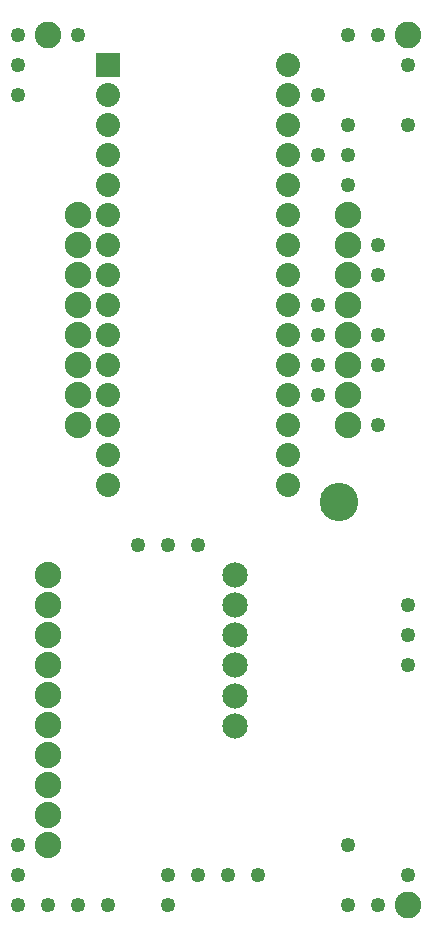
<source format=gbr>
G04*
G04 GERBER (RE)GENERATED BY FLATCAM v8.994 - www.flatcam.org - Version Date: 2020/11/7*
G04 Filename: cablabe drone_maskBottom.gbs_edit*
G04 Created on : Sunday, 23 May 2021 at 01:13*
G04*
G04 RS-274X GERBER GENERATED BY FLATCAM v8.994 - www.flatcam.org - Version Date: 2020/11/7*
G04 Filename: cablabe drone_maskBottom.gbs_edit*
G04 Created on : Sunday, 23 May 2021 at 01:11*
%FSLAX24Y24*%
%MOIN*%
%ADD10C,0.087999824*%
%ADD11C,0.04936990126*%
%ADD12C,0.12810974378*%
%ADD13C,0.08873982252*%
%ADD14C,0.07999984*%
%ADD15C,0.084290831418*%
%ADD16R,0.079971840056X0.07999984*%

G70*
G90*
G01*
%LPD*%
D10*
X02900Y17080D03*
X02900Y18080D03*
X02900Y19080D03*
X02900Y20080D03*
X02900Y21080D03*
X02900Y22080D03*
X02900Y23080D03*
X02900Y24080D03*
X11900Y24080D03*
X11900Y23080D03*
X11900Y22080D03*
X11900Y21080D03*
X11900Y20080D03*
X11900Y19080D03*
X11900Y18080D03*
X11900Y17080D03*
X02900Y17080D03*
X02900Y18080D03*
X02900Y19080D03*
X02900Y20080D03*
X02900Y21080D03*
X02900Y22080D03*
X02900Y23080D03*
X02900Y24080D03*
X11900Y24080D03*
X11900Y23080D03*
X11900Y22080D03*
X11900Y21080D03*
X11900Y20080D03*
X11900Y19080D03*
X11900Y18080D03*
X11900Y17080D03*
X01900Y05080D03*
X01900Y06080D03*
X01900Y07080D03*
X01890Y08080D03*
X01900Y09080D03*
X01900Y10080D03*
X01900Y11080D03*
X01900Y12080D03*
X01900Y03080D03*
X01900Y04080D03*
D11*
X12900Y23080D03*
X12900Y19080D03*
X12900Y22080D03*
X12900Y17080D03*
X12900Y20080D03*
X02890Y30080D03*
X13900Y29080D03*
X10900Y28080D03*
X10900Y26080D03*
X11900Y25080D03*
X11900Y27080D03*
X11900Y26080D03*
X10900Y21080D03*
X10900Y20080D03*
X10900Y18080D03*
X10900Y19080D03*
X00890Y30080D03*
X00890Y28080D03*
X11900Y30080D03*
X12900Y30080D03*
X00890Y29080D03*
X13900Y27080D03*
X11900Y03080D03*
X08890Y02080D03*
X07890Y02080D03*
X06890Y02080D03*
X05890Y02080D03*
X00900Y01080D03*
X05890Y01080D03*
X03900Y01080D03*
X02890Y01080D03*
X00890Y03080D03*
X00890Y02080D03*
X13900Y02080D03*
X12900Y01080D03*
X11900Y01080D03*
X01900Y01080D03*
X06890Y13080D03*
X04890Y13080D03*
X05890Y13080D03*
X13900Y11080D03*
X13900Y10080D03*
X13900Y09080D03*
D12*
X11590Y14510D03*
D13*
X13900Y30080D03*
X01890Y30080D03*
X13900Y01080D03*
D14*
X03900Y29080D03*
X03900Y28080D03*
X03900Y27080D03*
X03900Y26080D03*
X03900Y25080D03*
X03900Y24080D03*
X03900Y23080D03*
X03900Y22080D03*
X03900Y21080D03*
X03900Y20080D03*
X03900Y19080D03*
X03900Y18080D03*
X03900Y17080D03*
X03900Y16080D03*
X03900Y15080D03*
X09900Y29080D03*
X09900Y28080D03*
X09900Y27080D03*
X09900Y26080D03*
X09900Y25080D03*
X09900Y24080D03*
X09900Y23080D03*
X09900Y22080D03*
X09900Y21080D03*
X09900Y20080D03*
X09900Y19080D03*
X09900Y18080D03*
X09900Y17080D03*
X09900Y16080D03*
X09900Y15080D03*
D15*
X08150Y07070D03*
X08150Y08070D03*
X08150Y09080D03*
X08150Y10080D03*
X08150Y11080D03*
X08150Y12090D03*
D16*
X03890Y29080D03*
M02*

</source>
